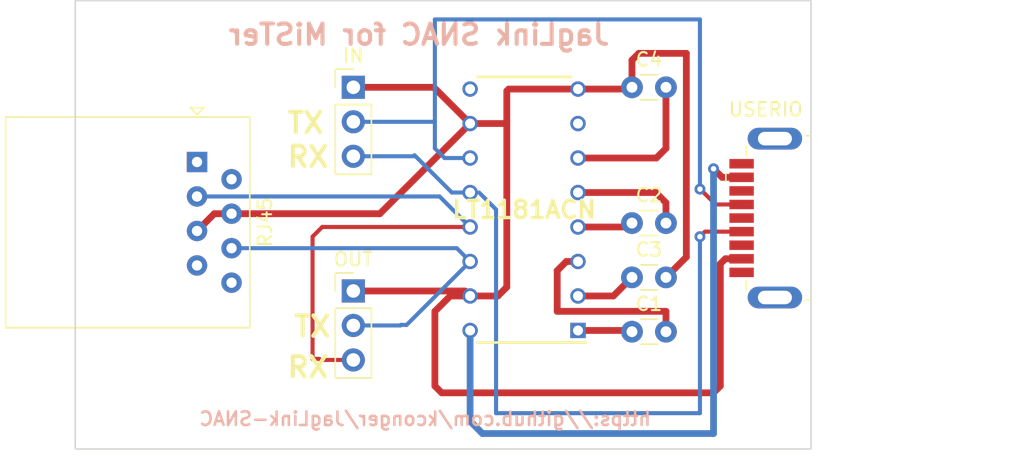
<source format=kicad_pcb>
(kicad_pcb (version 20240108) (generator "pcbnew") (generator_version "8.0")
  (title_block (title "JagLink SNAC") (rev "1") (company "Keith Conger"))
  (layers (0 "F.Cu" signal) (31 "B.Cu" signal) (34 "B.Paste" user) (35 "F.Paste" user) (36 "B.SilkS" user "B.Silkscreen") (37 "F.SilkS" user "F.Silkscreen") (38 "B.Mask" user) (39 "F.Mask" user) (44 "Edge.Cuts" user))
  (net 0 "")
  (footprint "LT1181ACN:DIP794W53P254L1956H394Q16N" (layer "F.Cu") (at 162.56 86.519 180)
    (property "Reference" "LT1181ACN" (at 0 0 0) (layer "F.SilkS") (effects (font (size 1.27 1.27) (thickness 0.254))))
    (property "Value" "LT1181ACN")
    (fp_line (start -3.429 9.779) (end 3.429 9.779) (stroke (width 0.2)) (layer "F.SilkS"))
    (fp_line (start -4.535 -9.779) (end 3.429 -9.779) (stroke (width 0.2)) (layer "F.SilkS"))
    (pad "1" thru_hole rect (at -3.969 -8.89 180) (size 1.133 1.133) (drill 0.733) (layers "*.Cu" "*.Mask"))
    (pad "2" thru_hole circle (at -3.969 -6.35 180) (size 1.133 1.133) (drill 0.733) (layers "*.Cu" "*.Mask"))
    (pad "3" thru_hole circle (at -3.969 -3.81 180) (size 1.133 1.133) (drill 0.733) (layers "*.Cu" "*.Mask"))
    (pad "4" thru_hole circle (at -3.969 -1.27 180) (size 1.133 1.133) (drill 0.733) (layers "*.Cu" "*.Mask"))
    (pad "5" thru_hole circle (at -3.969 1.27 180) (size 1.133 1.133) (drill 0.733) (layers "*.Cu" "*.Mask"))
    (pad "6" thru_hole circle (at -3.969 3.81 180) (size 1.133 1.133) (drill 0.733) (layers "*.Cu" "*.Mask"))
    (pad "7" thru_hole circle (at -3.969 6.35 180) (size 1.133 1.133) (drill 0.733) (layers "*.Cu" "*.Mask"))
    (pad "8" thru_hole circle (at -3.969 8.89 180) (size 1.133 1.133) (drill 0.733) (layers "*.Cu" "*.Mask"))
    (pad "9" thru_hole circle (at 3.969 8.89 180) (size 1.133 1.133) (drill 0.733) (layers "*.Cu" "*.Mask"))
    (pad "10" thru_hole circle (at 3.969 6.35 180) (size 1.133 1.133) (drill 0.733) (layers "*.Cu" "*.Mask"))
    (pad "11" thru_hole circle (at 3.969 3.81 180) (size 1.133 1.133) (drill 0.733) (layers "*.Cu" "*.Mask"))
    (pad "12" thru_hole circle (at 3.969 1.27 180) (size 1.133 1.133) (drill 0.733) (layers "*.Cu" "*.Mask"))
    (pad "13" thru_hole circle (at 3.969 -1.27 180) (size 1.133 1.133) (drill 0.733) (layers "*.Cu" "*.Mask"))
    (pad "14" thru_hole circle (at 3.969 -3.81 180) (size 1.133 1.133) (drill 0.733) (layers "*.Cu" "*.Mask"))
    (pad "15" thru_hole circle (at 3.969 -6.35 180) (size 1.133 1.133) (drill 0.733) (layers "*.Cu" "*.Mask"))
    (pad "16" thru_hole circle (at 3.969 -8.89 180) (size 1.133 1.133) (drill 0.733) (layers "*.Cu" "*.Mask"))
  )
  (footprint "Connector_RJ:RJ45_Amphenol_54602-x08_Horizontal" (layer "F.Cu") (at 138.5 83 -90)
    (property "Reference" "RJ45" (at 4.445 -5 90) (layer "F.SilkS"))
    (property "Value" "RJ45_Amphenol_54602-x08_Horizontal")
    (fp_line (start -3.315 14.08) (end 12.205 14.08) (stroke (width 0.12)) (layer "F.SilkS"))
    (fp_line (start -4 0.5) (end -3.5 0) (stroke (width 0.12)) (layer "F.SilkS"))
    (fp_line (start -3.5 0) (end -4 -0.5) (stroke (width 0.12)) (layer "F.SilkS"))
    (fp_line (start -4 -0.5) (end -4 0.5) (stroke (width 0.12)) (layer "F.SilkS"))
    (fp_line (start -3.315 -3.88) (end -3.315 14.08) (stroke (width 0.12)) (layer "F.SilkS"))
    (fp_line (start 12.205 -3.88) (end 12.205 14.08) (stroke (width 0.12)) (layer "F.SilkS"))
    (fp_line (start 12.205 -3.88) (end -3.315 -3.88) (stroke (width 0.12)) (layer "F.SilkS"))
    (pad "" np_thru_hole circle (at -1.27 6.35 270) (size 3.2 3.2) (drill 3.2) (layers "*.Cu" "*.Mask"))
    (pad "" np_thru_hole circle (at 10.16 6.35 270) (size 3.2 3.2) (drill 3.2) (layers "*.Cu" "*.Mask"))
    (pad "1" thru_hole rect (at 0 0 270) (size 1.5 1.5) (drill 0.76) (layers "*.Cu" "*.Mask"))
    (pad "2" thru_hole circle (at 1.27 -2.54 270) (size 1.5 1.5) (drill 0.76) (layers "*.Cu" "*.Mask"))
    (pad "3" thru_hole circle (at 2.54 0 270) (size 1.5 1.5) (drill 0.76) (layers "*.Cu" "*.Mask"))
    (pad "4" thru_hole circle (at 3.81 -2.54 270) (size 1.5 1.5) (drill 0.76) (layers "*.Cu" "*.Mask"))
    (pad "5" thru_hole circle (at 5.08 0 270) (size 1.5 1.5) (drill 0.76) (layers "*.Cu" "*.Mask"))
    (pad "6" thru_hole circle (at 6.35 -2.54 270) (size 1.5 1.5) (drill 0.76) (layers "*.Cu" "*.Mask"))
    (pad "7" thru_hole circle (at 7.62 0 270) (size 1.5 1.5) (drill 0.76) (layers "*.Cu" "*.Mask"))
    (pad "8" thru_hole circle (at 8.89 -2.54 270) (size 1.5 1.5) (drill 0.76) (layers "*.Cu" "*.Mask"))
  )
  (footprint "Capacitor_THT:C_Disc_D3.0mm_W1.6mm_P2.50mm" (layer "F.Cu") (at 170.5 87.5)
    (property "Reference" "C2" (at 1.25 -2.05 0) (layer "F.SilkS"))
    (property "Value" "100 nF")
    (fp_line (start 0.621 -0.92) (end 1.879 -0.92) (stroke (width 0.12)) (layer "F.SilkS"))
    (fp_line (start 0.621 0.92) (end 1.879 0.92) (stroke (width 0.12)) (layer "F.SilkS"))
    (pad "1" thru_hole circle (at 0 0) (size 1.6 1.6) (drill 0.8) (layers "*.Cu" "*.Mask"))
    (pad "2" thru_hole circle (at 2.5 0) (size 1.6 1.6) (drill 0.8) (layers "*.Cu" "*.Mask"))
  )
  (footprint "Connector_PinHeader_2.54mm:PinHeader_1x03_P2.54mm_Vertical" (layer "F.Cu") (at 150 77.5)
    (property "Reference" "IN" (at 0 -2.33 0) (layer "F.SilkS"))
    (property "Value" "PinHeader_1x03_P2.54mm_Vertical")
    (fp_line (start -1.33 -1.33) (end 0 -1.33) (stroke (width 0.12)) (layer "F.SilkS"))
    (fp_line (start -1.33 0) (end -1.33 -1.33) (stroke (width 0.12)) (layer "F.SilkS"))
    (fp_line (start -1.33 1.27) (end -1.33 6.41) (stroke (width 0.12)) (layer "F.SilkS"))
    (fp_line (start -1.33 1.27) (end 1.33 1.27) (stroke (width 0.12)) (layer "F.SilkS"))
    (fp_line (start -1.33 6.41) (end 1.33 6.41) (stroke (width 0.12)) (layer "F.SilkS"))
    (fp_line (start 1.33 1.27) (end 1.33 6.41) (stroke (width 0.12)) (layer "F.SilkS"))
    (pad "1" thru_hole rect (at 0 0) (size 1.7 1.7) (drill 1) (layers "*.Cu" "*.Mask"))
    (pad "2" thru_hole oval (at 0 2.54) (size 1.7 1.7) (drill 1) (layers "*.Cu" "*.Mask"))
    (pad "3" thru_hole oval (at 0 5.08) (size 1.7 1.7) (drill 1) (layers "*.Cu" "*.Mask"))
  )
  (footprint "Connector_PinHeader_2.54mm:PinHeader_1x03_P2.54mm_Vertical" (layer "F.Cu") (at 150 92.5)
    (property "Reference" "OUT" (at 0 -2.33 0) (layer "F.SilkS"))
    (property "Value" "PinHeader_1x03_P2.54mm_Vertical")
    (fp_line (start -1.33 -1.33) (end 0 -1.33) (stroke (width 0.12)) (layer "F.SilkS"))
    (fp_line (start -1.33 0) (end -1.33 -1.33) (stroke (width 0.12)) (layer "F.SilkS"))
    (fp_line (start -1.33 1.27) (end -1.33 6.41) (stroke (width 0.12)) (layer "F.SilkS"))
    (fp_line (start -1.33 1.27) (end 1.33 1.27) (stroke (width 0.12)) (layer "F.SilkS"))
    (fp_line (start -1.33 6.41) (end 1.33 6.41) (stroke (width 0.12)) (layer "F.SilkS"))
    (fp_line (start 1.33 1.27) (end 1.33 6.41) (stroke (width 0.12)) (layer "F.SilkS"))
    (pad "1" thru_hole rect (at 0 0) (size 1.7 1.7) (drill 1) (layers "*.Cu" "*.Mask"))
    (pad "2" thru_hole oval (at 0 2.54) (size 1.7 1.7) (drill 1) (layers "*.Cu" "*.Mask"))
    (pad "3" thru_hole oval (at 0 5.08) (size 1.7 1.7) (drill 1) (layers "*.Cu" "*.Mask"))
  )
  (footprint "MountingHole:MountingHole_2.5mm" (layer "F.Cu") (at 180 74.5)
    (property "Reference" "REF**" (hide yes))
    (property "Value" "MountingHole_2.5mm")
    (pad "" np_thru_hole circle (at 0 0) (size 2.5 2.5) (drill 2.5) (layers "*.Cu" "*.Mask"))
  )
  (footprint "Capacitor_THT:C_Disc_D3.0mm_W1.6mm_P2.50mm" (layer "F.Cu") (at 170.5 91.5)
    (property "Reference" "C3" (at 1.25 -2.05 0) (layer "F.SilkS"))
    (property "Value" "100 nF")
    (fp_line (start 0.621 -0.92) (end 1.879 -0.92) (stroke (width 0.12)) (layer "F.SilkS"))
    (fp_line (start 0.621 0.92) (end 1.879 0.92) (stroke (width 0.12)) (layer "F.SilkS"))
    (pad "1" thru_hole circle (at 0 0) (size 1.6 1.6) (drill 0.8) (layers "*.Cu" "*.Mask"))
    (pad "2" thru_hole circle (at 2.5 0) (size 1.6 1.6) (drill 0.8) (layers "*.Cu" "*.Mask"))
  )
  (footprint "MountingHole:MountingHole_2.5mm" (layer "F.Cu") (at 133 101)
    (property "Reference" "REF**" (hide yes))
    (property "Value" "MountingHole_2.5mm")
    (pad "" np_thru_hole circle (at 0 0) (size 2.5 2.5) (drill 2.5) (layers "*.Cu" "*.Mask"))
  )
  (footprint "Capacitor_THT:C_Disc_D3.0mm_W1.6mm_P2.50mm" (layer "F.Cu") (at 170.5 95.5)
    (property "Reference" "C1" (at 1.25 -2.05 0) (layer "F.SilkS"))
    (property "Value" "100 nF")
    (fp_line (start 0.621 -0.92) (end 1.879 -0.92) (stroke (width 0.12)) (layer "F.SilkS"))
    (fp_line (start 0.621 0.92) (end 1.879 0.92) (stroke (width 0.12)) (layer "F.SilkS"))
    (pad "1" thru_hole circle (at 0 0) (size 1.6 1.6) (drill 0.8) (layers "*.Cu" "*.Mask"))
    (pad "2" thru_hole circle (at 2.5 0) (size 1.6 1.6) (drill 0.8) (layers "*.Cu" "*.Mask"))
  )
  (footprint "Capacitor_THT:C_Disc_D3.0mm_W1.6mm_P2.50mm" (layer "F.Cu") (at 170.5 77.5)
    (property "Reference" "C4" (at 1.25 -2.05 0) (layer "F.SilkS"))
    (property "Value" "100 nF")
    (fp_line (start 0.621 -0.92) (end 1.879 -0.92) (stroke (width 0.12)) (layer "F.SilkS"))
    (fp_line (start 0.621 0.92) (end 1.879 0.92) (stroke (width 0.12)) (layer "F.SilkS"))
    (pad "1" thru_hole circle (at 0 0) (size 1.6 1.6) (drill 0.8) (layers "*.Cu" "*.Mask"))
    (pad "2" thru_hole circle (at 2.5 0) (size 1.6 1.6) (drill 0.8) (layers "*.Cu" "*.Mask"))
  )
  (footprint "MountingHole:MountingHole_2.5mm" (layer "F.Cu") (at 133 74.5)
    (property "Reference" "REF**" (hide yes))
    (property "Value" "MountingHole_2.5mm")
    (pad "" np_thru_hole circle (at 0 0) (size 2.5 2.5) (drill 2.5) (layers "*.Cu" "*.Mask"))
  )
  (footprint "Connector_USB:USB3_A_Plug_Wuerth_692112030100_Horizontal" (layer "F.Cu") (at 180.34 87.13)
    (property "Reference" "USERIO" (at 0 -8 0) (layer "F.SilkS"))
    (property "Value" "USB3_A_Plug_Wuerth_692112030100_Horizontal")
    (fp_line (start -2.935 -2.7) (end -2.935 -3.3) (stroke (width 0.12)) (layer "F.SilkS"))
    (fp_line (start -1.425 -4.61) (end -1.425 -5.29) (stroke (width 0.12)) (layer "F.SilkS"))
    (fp_line (start -1.425 4.61) (end -1.425 5.29) (stroke (width 0.12)) (layer "F.SilkS"))
    (fp_line (start 3.315 -6.06) (end 2.915 -6.06) (stroke (width 0.12)) (layer "F.SilkS"))
    (fp_line (start 3.315 6.06) (end 2.915 6.06) (stroke (width 0.12)) (layer "F.SilkS"))
    (pad "" np_thru_hole circle (at 0.675 -2.25 90) (size 1.1 1.1) (drill 1.1) (layers "*.Cu" "*.Mask"))
    (pad "" np_thru_hole circle (at 0.675 2.25 90) (size 1.1 1.1) (drill 1.1) (layers "*.Cu" "*.Mask"))
    (pad "1" smd rect (at -1.775 -3 90) (size 0.7 1.8) (layers "F.Cu" "F.Paste" "F.Mask"))
    (pad "2" smd rect (at -1.775 -1 90) (size 0.7 1.8) (layers "F.Cu" "F.Paste" "F.Mask"))
    (pad "3" smd rect (at -1.775 1 90) (size 0.7 1.8) (layers "F.Cu" "F.Paste" "F.Mask"))
    (pad "4" smd rect (at -1.775 3 90) (size 0.7 1.8) (layers "F.Cu" "F.Paste" "F.Mask"))
    (pad "5" smd rect (at -1.775 4 90) (size 0.7 1.8) (layers "F.Cu" "F.Paste" "F.Mask"))
    (pad "6" smd rect (at -1.775 2 90) (size 0.7 1.8) (layers "F.Cu" "F.Paste" "F.Mask"))
    (pad "7" smd rect (at -1.775 0 90) (size 0.7 1.8) (layers "F.Cu" "F.Paste" "F.Mask"))
    (pad "8" smd rect (at -1.775 -2 90) (size 0.7 1.8) (layers "F.Cu" "F.Paste" "F.Mask"))
    (pad "9" smd rect (at -1.775 -4) (size 1.8 0.7) (layers "F.Cu" "F.Paste" "F.Mask"))
    (pad "10" thru_hole oval (at 0.675 -5.85 90) (size 1.6 4) (drill oval 1 2.5) (layers "*.Cu" "*.Mask"))
    (pad "10" thru_hole oval (at 0.675 5.85 90) (size 1.6 4) (drill oval 1 2.5) (layers "*.Cu" "*.Mask"))
  )
  (footprint "MountingHole:MountingHole_2.5mm" (layer "F.Cu") (at 180 101)
    (property "Reference" "REF**" (hide yes))
    (property "Value" "MountingHole_2.5mm")
    (pad "" np_thru_hole circle (at 0 0) (size 2.5 2.5) (drill 2.5) (layers "*.Cu" "*.Mask"))
  )
  (gr_rect (start 129.54 71.12) (end 183.668723 104.14) (stroke (width 0.1)) (fill none) (layer "Edge.Cuts"))
  (gr_text "https://github.com/kconger/JagLink-SNAC" (at 172 102.5 0) (layer "B.SilkS") (effects (font (size 1 1) (thickness 0.1875)) (justify left bottom mirror)))
  (gr_text "JagLink SNAC for MiSTer" (at 169 74.5 0) (layer "B.SilkS") (effects (font (size 1.5 1.5) (thickness 0.3) (bold yes)) (justify left bottom mirror)))
  (gr_text "RX" (at 145 83.5 0) (layer "F.SilkS") (effects (font (size 1.5 1.5) (thickness 0.3) (bold yes)) (justify left bottom)))
  (gr_text "RX" (at 145 99 0) (layer "F.SilkS") (effects (font (size 1.5 1.5) (thickness 0.3) (bold yes)) (justify left bottom)))
  (gr_text "TX" (at 145.5 96 0) (layer "F.SilkS") (effects (font (size 1.5 1.5) (thickness 0.3) (bold yes)) (justify left bottom)))
  (gr_text "TX" (at 145 81 0) (layer "F.SilkS") (effects (font (size 1.5 1.5) (thickness 0.3) (bold yes)) (justify left bottom)))
  (segment (start 160.631 92.869) (end 158.591 92.869) (width 0.5) (layer "F.Cu") (net 0))
  (segment (start 138.5 88.08) (end 139.77 86.81) (width 0.5) (layer "F.Cu") (net 0))
  (segment (start 170.409 95.409) (end 170.5 95.5) (width 0.25) (layer "F.Cu") (net 0))
  (segment (start 147.5 97.5) (end 147.58 97.58) (width 0.25) (layer "F.Cu") (net 0))
  (segment (start 139.77 86.81) (end 141.04 86.81) (width 0.5) (layer "F.Cu") (net 0))
  (segment (start 147 97.5) (end 147.5 97.5) (width 0.3) (layer "F.Cu") (net 0))
  (segment (start 171 75) (end 170.5 75.5) (width 0.5) (layer "F.Cu") (net 0))
  (segment (start 177 90.5) (end 177 99.5) (width 0.5) (layer "F.Cu") (net 0))
  (segment (start 166.529 92.869) (end 169.131 92.869) (width 0.5) (layer "F.Cu") (net 0))
  (segment (start 158.222 92.5) (end 158.591 92.869) (width 0.25) (layer "F.Cu") (net 0))
  (segment (start 177.37 90.13) (end 177 90.5) (width 0.5) (layer "F.Cu") (net 0))
  (segment (start 170.5 75.5) (end 170.5 77.5) (width 0.5) (layer "F.Cu") (net 0))
  (segment (start 165 91) (end 165 94) (width 0.5) (layer "F.Cu") (net 0))
  (segment (start 156 99.5) (end 156 94) (width 0.5) (layer "F.Cu") (net 0))
  (segment (start 173 82) (end 172.291 82.709) (width 0.5) (layer "F.Cu") (net 0))
  (segment (start 147.58 97.58) (end 150 97.58) (width 0.3) (layer "F.Cu") (net 0))
  (segment (start 161.29 80) (end 161.29 92.21) (width 0.5) (layer "F.Cu") (net 0))
  (segment (start 166.529 85.249) (end 172.249 85.249) (width 0.5) (layer "F.Cu") (net 0))
  (segment (start 176.655305 86.13) (end 178.565 86.13) (width 0.3) (layer "F.Cu") (net 0))
  (segment (start 176.5 100) (end 156.5 100) (width 0.5) (layer "F.Cu") (net 0))
  (segment (start 161.29 77.758) (end 161.419 77.629) (width 0.2) (layer "F.Cu") (net 0))
  (segment (start 161.121 80.169) (end 161.29 80) (width 0.25) (layer "F.Cu") (net 0))
  (segment (start 166.529 90.329) (end 165.671 90.329) (width 0.5) (layer "F.Cu") (net 0))
  (segment (start 156.5 100) (end 156 99.5) (width 0.5) (layer "F.Cu") (net 0))
  (segment (start 178.565 90.13) (end 177.37 90.13) (width 0.5) (layer "F.Cu") (net 0))
  (segment (start 175.5 85) (end 175.525305 85) (width 0.25) (layer "F.Cu") (net 0))
  (segment (start 173 77.5) (end 173 82) (width 0.5) (layer "F.Cu") (net 0))
  (segment (start 170.371 77.629) (end 170.5 77.5) (width 0.25) (layer "F.Cu") (net 0))
  (segment (start 165.671 90.329) (end 165 91) (width 0.5) (layer "F.Cu") (net 0))
  (segment (start 172.291 82.709) (end 166.529 82.709) (width 0.5) (layer "F.Cu") (net 0))
  (segment (start 172.249 85.249) (end 173 86) (width 0.5) (layer "F.Cu") (net 0))
  (segment (start 173 91.5) (end 174.5 90) (width 0.5) (layer "F.Cu") (net 0))
  (segment (start 155.922 77.5) (end 158.591 80.169) (width 0.5) (layer "F.Cu") (net 0))
  (segment (start 161.29 92.21) (end 160.631 92.869) (width 0.5) (layer "F.Cu") (net 0))
  (segment (start 166.529 95.409) (end 170.409 95.409) (width 0.5) (layer "F.Cu") (net 0))
  (segment (start 150 77.5) (end 155.922 77.5) (width 0.5) (layer "F.Cu") (net 0))
  (segment (start 165 94) (end 173 94) (width 0.5) (layer "F.Cu") (net 0))
  (segment (start 157.131 92.869) (end 158.591 92.869) (width 0.5) (layer "F.Cu") (net 0))
  (segment (start 169.131 92.869) (end 170.5 91.5) (width 0.5) (layer "F.Cu") (net 0))
  (segment (start 173 94) (end 173 95.5) (width 0.5) (layer "F.Cu") (net 0))
  (segment (start 141.04 86.81) (end 151.95 86.81) (width 0.5) (layer "F.Cu") (net 0))
  (segment (start 166.529 77.629) (end 170.371 77.629) (width 0.5) (layer "F.Cu") (net 0))
  (segment (start 147 88.5) (end 147 97.5) (width 0.3) (layer "F.Cu") (net 0))
  (segment (start 178.565 88.13) (end 175.87 88.13) (width 0.3) (layer "F.Cu") (net 0))
  (segment (start 150 92.5) (end 158.222 92.5) (width 0.5) (layer "F.Cu") (net 0))
  (segment (start 166.529 87.789) (end 170.211 87.789) (width 0.5) (layer "F.Cu") (net 0))
  (segment (start 177.13 84.13) (end 176.5 83.5) (width 0.5) (layer "F.Cu") (net 0))
  (segment (start 158.591 80.169) (end 161.121 80.169) (width 0.5) (layer "F.Cu") (net 0))
  (segment (start 173 86) (end 173 87.5) (width 0.5) (layer "F.Cu") (net 0))
  (segment (start 156 94) (end 157.131 92.869) (width 0.5) (layer "F.Cu") (net 0))
  (segment (start 174.5 90) (end 174.5 75) (width 0.5) (layer "F.Cu") (net 0))
  (segment (start 170.211 87.789) (end 170.5 87.5) (width 0.25) (layer "F.Cu") (net 0))
  (segment (start 158.591 87.789) (end 147.711 87.789) (width 0.3) (layer "F.Cu") (net 0))
  (segment (start 161.29 80) (end 161.29 77.758) (width 0.5) (layer "F.Cu") (net 0))
  (segment (start 151.95 86.81) (end 158.591 80.169) (width 0.5) (layer "F.Cu") (net 0))
  (segment (start 166.529 77.629) (end 161.419 77.629) (width 0.5) (layer "F.Cu") (net 0))
  (segment (start 147.711 87.789) (end 147 88.5) (width 0.3) (layer "F.Cu") (net 0))
  (segment (start 175.525305 85) (end 176.655305 86.13) (width 0.3) (layer "F.Cu") (net 0))
  (segment (start 178.565 84.13) (end 177.13 84.13) (width 0.5) (layer "F.Cu") (net 0))
  (segment (start 174.5 75) (end 171 75) (width 0.5) (layer "F.Cu") (net 0))
  (segment (start 175.87 88.13) (end 175.5 88.5) (width 0.3) (layer "F.Cu") (net 0))
  (segment (start 177 99.5) (end 176.5 100) (width 0.5) (layer "F.Cu") (net 0))
  (via (at 175.5 88.5) (size 0.8) (drill 0.4) (layers "F.Cu" "B.Cu") (net 0))
  (via micro (at 176.5 83.5) (size 0.3) (drill 0.1) (layers "F.Cu" "B.Cu") (net 0))
  (via (at 175.5 85) (size 0.8) (drill 0.4) (layers "F.Cu" "B.Cu") (net 0))
  (via (at 176.5 83.5) (size 0.8) (drill 0.4) (layers "F.Cu" "B.Cu") (net 0))
  (via micro (at 175.5 85) (size 0.3) (drill 0.1) (layers "F.Cu" "B.Cu") (net 0))
  (via micro (at 175.5 88.5) (size 0.3) (drill 0.1) (layers "F.Cu" "B.Cu") (net 0))
  (segment (start 155.96 80.04) (end 156 80) (width 0.25) (layer "B.Cu") (net 0))
  (segment (start 156.709 82.709) (end 158.591 82.709) (width 0.3) (layer "B.Cu") (net 0))
  (segment (start 153.46 95.04) (end 150 95.04) (width 0.3) (layer "B.Cu") (net 0))
  (segment (start 156.342 85.54) (end 158.591 87.789) (width 0.3) (layer "B.Cu") (net 0))
  (segment (start 175.5 85) (end 175.5 72.5) (width 0.3) (layer "B.Cu") (net 0))
  (segment (start 159.5 103) (end 158.591 102.091) (width 0.5) (layer "B.Cu") (net 0))
  (segment (start 158.591 102.091) (end 158.591 95.409) (width 0.5) (layer "B.Cu") (net 0))
  (segment (start 138.5 85.54) (end 156.342 85.54) (width 0.3) (layer "B.Cu") (net 0))
  (segment (start 158.591 85.249) (end 157.249 85.249) (width 0.3) (layer "B.Cu") (net 0))
  (segment (start 153.92 95) (end 153.5 95) (width 0.3) (layer "B.Cu") (net 0))
  (segment (start 160.5 86.5) (end 159.249 85.249) (width 0.3) (layer "B.Cu") (net 0))
  (segment (start 156 82) (end 156.709 82.709) (width 0.3) (layer "B.Cu") (net 0))
  (segment (start 156 72.5) (end 156 80) (width 0.3) (layer "B.Cu") (net 0))
  (segment (start 176.5 103) (end 159.5 103) (width 0.5) (layer "B.Cu") (net 0))
  (segment (start 156 80) (end 156 82) (width 0.3) (layer "B.Cu") (net 0))
  (segment (start 160.5 101.5) (end 160.5 86.5) (width 0.3) (layer "B.Cu") (net 0))
  (segment (start 153.5 95) (end 153.46 95.04) (width 0.3) (layer "B.Cu") (net 0))
  (segment (start 150 80.04) (end 155.96 80.04) (width 0.3) (layer "B.Cu") (net 0))
  (segment (start 175.5 88.5) (end 175.5 101.5) (width 0.3) (layer "B.Cu") (net 0))
  (segment (start 175.5 101.5) (end 160.5 101.5) (width 0.3) (layer "B.Cu") (net 0))
  (segment (start 157.612 89.35) (end 158.591 90.329) (width 0.3) (layer "B.Cu") (net 0))
  (segment (start 158.591 90.329) (end 153.92 95) (width 0.3) (layer "B.Cu") (net 0))
  (segment (start 159.249 85.249) (end 158.591 85.249) (width 0.25) (layer "B.Cu") (net 0))
  (segment (start 141.04 89.35) (end 157.612 89.35) (width 0.3) (layer "B.Cu") (net 0))
  (segment (start 154.42 82.58) (end 150 82.58) (width 0.3) (layer "B.Cu") (net 0))
  (segment (start 175.5 72.5) (end 156 72.5) (width 0.3) (layer "B.Cu") (net 0))
  (segment (start 154.5 82.5) (end 154.42 82.58) (width 0.25) (layer "B.Cu") (net 0))
  (segment (start 176.5 83.5) (end 176.5 103) (width 0.5) (layer "B.Cu") (net 0))
  (segment (start 157.249 85.249) (end 154.5 82.5) (width 0.3) (layer "B.Cu") (net 0))
)
</source>
